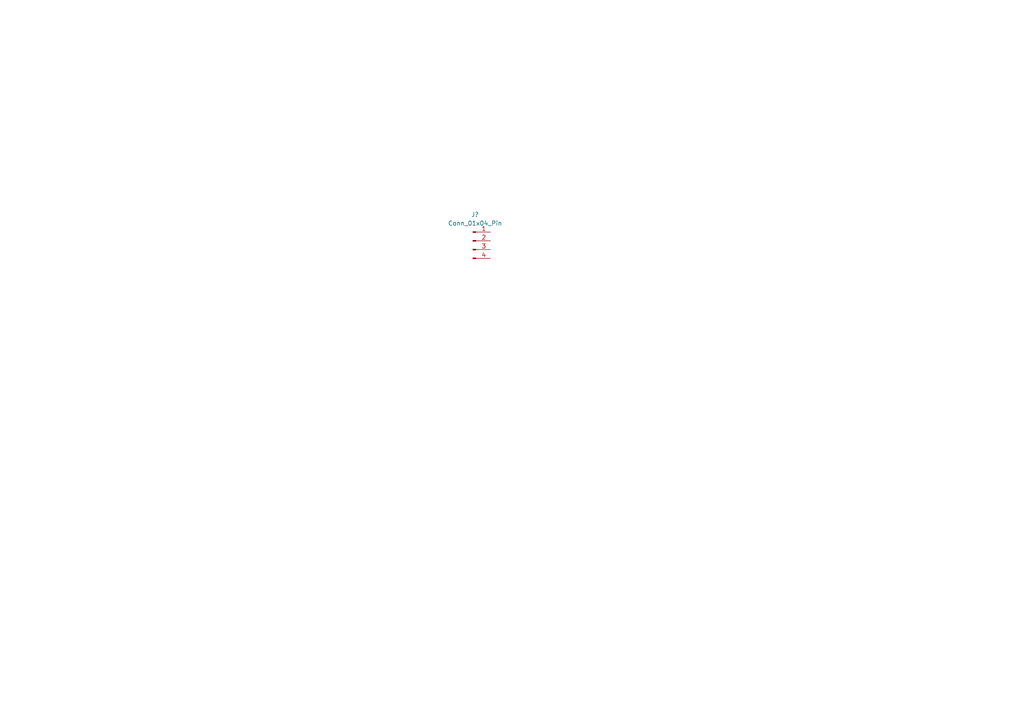
<source format=kicad_sch>
(kicad_sch (version 20250114) (generator "eeschema") (generator_version "9.0")
  (paper "A4")
  (title_block (title "connector"))
  (lib_symbols
    (symbol "Connector:Conn_01x04_Pin" (pin_names (offset 1.016) (hide yes))
      (property "Reference" "J" (at 0 5.08 0))
      (property "Value" "Conn_01x04_Pin" (at 0 -7.62 0))
      (symbol "Conn_01x04_Pin_1_1"
        (rectangle (start 0.8636 2.667) (end 0 2.413) (stroke (width 0.1524)) (fill (type outline)))
        (rectangle (start 0.8636 0.127) (end 0 -0.127) (stroke (width 0.1524)) (fill (type outline)))
        (rectangle (start 0.8636 -2.413) (end 0 -2.667) (stroke (width 0.1524)) (fill (type outline)))
        (rectangle (start 0.8636 -4.953) (end 0 -5.207) (stroke (width 0.1524)) (fill (type outline)))
        (polyline (pts (xy 1.27 2.54) (xy 0.8636 2.54)) (stroke (width 0.1524)))
        (polyline (pts (xy 1.27 0) (xy 0.8636 0)) (stroke (width 0.1524)))
        (polyline (pts (xy 1.27 -2.54) (xy 0.8636 -2.54)) (stroke (width 0.1524)))
        (polyline (pts (xy 1.27 -5.08) (xy 0.8636 -5.08)) (stroke (width 0.1524)))
        (pin passive line (at 5.08 2.54 180) (length 3.81) (name "Pin_1") (number "1"))
        (pin passive line (at 5.08 0 180) (length 3.81) (name "Pin_2") (number "2"))
        (pin passive line (at 5.08 -2.54 180) (length 3.81) (name "Pin_3") (number "3"))
        (pin passive line (at 5.08 -5.08 180) (length 3.81) (name "Pin_4") (number "4"))
      )
    )
  )
  (symbol (lib_id "Connector:Conn_01x04_Pin") (at 137.16 69.85 0) (unit 1)
    (property "Reference" "J?" (at 137.795 62.23 0))
    (property "Value" "Conn_01x04_Pin" (at 137.795 64.77 0))
    (property "Description" "Generic connector, single row, 01x04, script generated" (effects (hide yes)))
  )
)
</source>
